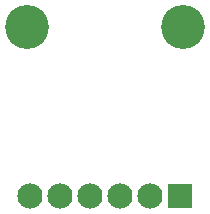
<source format=gbr>
G04 EAGLE Gerber RS-274X export*
G75*
%MOMM*%
%FSLAX34Y34*%
%LPD*%
%INSoldermask Bottom*%
%IPPOS*%
%AMOC8*
5,1,8,0,0,1.08239X$1,22.5*%
G01*
%ADD10C,3.719200*%
%ADD11R,2.133600X2.133600*%
%ADD12C,2.133600*%


D10*
X22860Y167640D03*
X154940Y167640D03*
D11*
X152400Y24130D03*
D12*
X127000Y24130D03*
X101600Y24130D03*
X76200Y24130D03*
X50800Y24130D03*
X25400Y24130D03*
M02*

</source>
